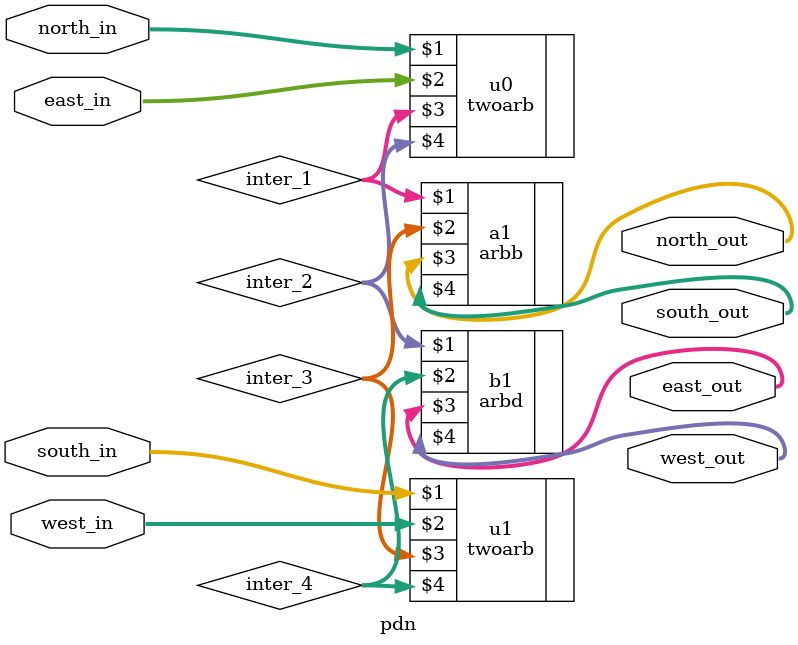
<source format=v>
module pdn(
north_in,
south_in,
west_in,
east_in,
north_out,
south_out,
east_out,
west_out
);

input [10:0] north_in;
input [10:0] south_in;
input [10:0] west_in;
input [10:0] east_in;
output [10:0] north_out;
output [10:0] south_out;
output [10:0] east_out;
output [10:0] west_out;

wire [10:0] north_in;
wire [10:0] south_in;
wire [10:0] west_in;
wire [10:0] east_in;
wire [10:0] north_out;
wire [10:0] south_out;
wire [10:0] east_out;
wire [10:0] west_out;


wire [10:0] inter_1;
wire [10:0] inter_2;
wire [10:0] inter_3;
wire [10:0] inter_4;


twoarb u0 (north_in , east_in , inter_1, inter_2);
twoarb u1 (south_in , west_in , inter_3, inter_4);
arbb a1 (inter_1, inter_3, north_out, south_out);
arbd b1 (inter_2, inter_4, east_out, west_out);


endmodule

</source>
